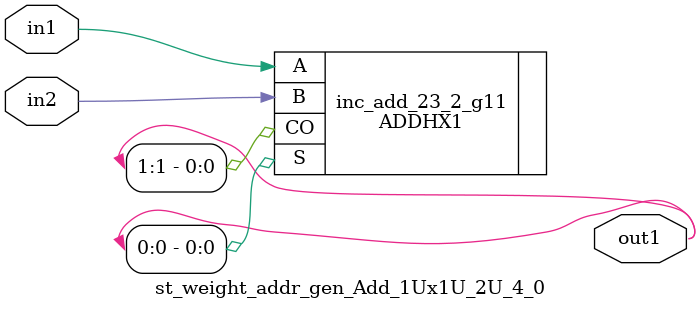
<source format=v>
`timescale 1ps / 1ps


module st_weight_addr_gen_Add_1Ux1U_2U_4_0(in2, in1, out1);
  input in2, in1;
  output [1:0] out1;
  wire in2, in1;
  wire [1:0] out1;
  ADDHX1 inc_add_23_2_g11(.A (in1), .B (in2), .CO (out1[1]), .S
       (out1[0]));
endmodule



</source>
